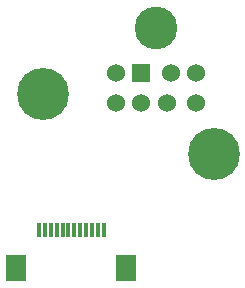
<source format=gts>
%TF.GenerationSoftware,KiCad,Pcbnew,5.1.12-84ad8e8a86~92~ubuntu20.04.1*%
%TF.CreationDate,2022-03-01T23:05:29-06:00*%
%TF.ProjectId,portboard_dt,706f7274-626f-4617-9264-5f64742e6b69,rev?*%
%TF.SameCoordinates,Original*%
%TF.FileFunction,Soldermask,Top*%
%TF.FilePolarity,Negative*%
%FSLAX46Y46*%
G04 Gerber Fmt 4.6, Leading zero omitted, Abs format (unit mm)*
G04 Created by KiCad (PCBNEW 5.1.12-84ad8e8a86~92~ubuntu20.04.1) date 2022-03-01 23:05:29*
%MOMM*%
%LPD*%
G01*
G04 APERTURE LIST*
%ADD10C,1.524000*%
%ADD11C,3.601600*%
%ADD12R,0.300000X1.300000*%
%ADD13R,1.800000X2.200000*%
%ADD14C,4.400000*%
G04 APERTURE END LIST*
D10*
%TO.C,J2*%
X152400028Y-78899909D03*
X150200028Y-78899909D03*
X148100028Y-78899909D03*
X154900028Y-78899909D03*
X154900028Y-76399909D03*
X148100028Y-76399909D03*
G36*
G01*
X149438028Y-77111109D02*
X149438028Y-75688709D01*
G75*
G02*
X149488828Y-75637909I50800J0D01*
G01*
X150911228Y-75637909D01*
G75*
G02*
X150962028Y-75688709I0J-50800D01*
G01*
X150962028Y-77111109D01*
G75*
G02*
X150911228Y-77161909I-50800J0D01*
G01*
X149488828Y-77161909D01*
G75*
G02*
X149438028Y-77111109I0J50800D01*
G01*
G37*
X152800028Y-76399909D03*
D11*
X151500028Y-72599909D03*
%TD*%
D12*
%TO.C,J1*%
X147087400Y-89672400D03*
X146587400Y-89672400D03*
X146087400Y-89672400D03*
X145587400Y-89672400D03*
X145087400Y-89672400D03*
X144587400Y-89672400D03*
X144087400Y-89672400D03*
X143587400Y-89672400D03*
X143087400Y-89672400D03*
X142587400Y-89672400D03*
X142087400Y-89672400D03*
X141587400Y-89672400D03*
D13*
X139687400Y-92922400D03*
X148987400Y-92922400D03*
%TD*%
D14*
%TO.C,H2*%
X156391806Y-83233363D03*
%TD*%
%TO.C,H1*%
X141891969Y-78203401D03*
%TD*%
M02*

</source>
